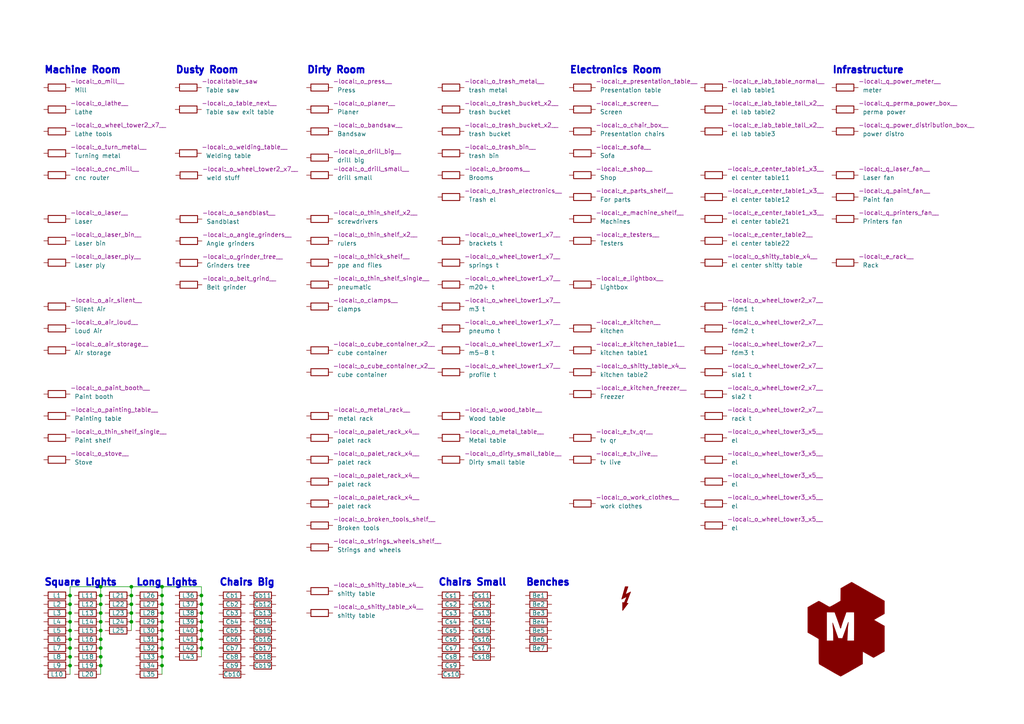
<source format=kicad_sch>
(kicad_sch (version 20211123) (generator eeschema)
  (paper "A4")
  (title_block (title "space") (date "2024-02-05") (rev "5.0") (company "makerspace.lt"))
  (lib_symbols
    (symbol "-local:LOGO_KMS" (pin_names (offset 1.016))
      (symbol "LOGO_KMS_0_0"
        (polyline (pts (xy 0.0117 -14.5438) (xy 0.1815 -14.4596) (xy 0.4733 -14.3044) (xy 0.8715 -14.0867) (xy 1.3602 -13.8153) (xy 1.924 -13.4987) (xy 2.5471 -13.1457) (xy 3.2139 -12.765) (xy 6.35 -10.9673) (xy 6.35 -9.1666) (xy 6.3501 -8.9706) (xy 6.3525 -8.4585) (xy 6.3574 -8.0174) (xy 6.3642 -7.6719) (xy 6.3725 -7.4466) (xy 6.382 -7.366) (xy 6.3931 -7.3705) (xy 6.5163 -7.4356) (xy 6.7572 -7.5687) (xy 7.0937 -7.7574) (xy 7.504 -7.9893) (xy 7.966 -8.2524) (xy 9.518 -9.1387) (xy 9.8784 -8.9373) (xy 9.9805 -8.8799) (xy 10.249 -8.728) (xy 10.6096 -8.5232) (xy 11.0278 -8.2852) (xy 11.4694 -8.0335) (xy 12.7 -7.331) (xy 12.7 0.0494) (xy 11.176 0.9196) (xy 11.0418 0.9963) (xy 10.5993 1.2512) (xy 10.2174 1.4738) (xy 9.9177 1.6515) (xy 9.722 1.7712) (xy 9.652 1.8203) (xy 9.6578 1.8264) (xy 9.7659 1.8969) (xy 9.9934 2.0344) (xy 10.3187 2.2262) (xy 10.7201 2.4593) (xy 11.176 2.721) (xy 12.7 3.5912) (xy 12.7 7.3263) (xy 8.3185 9.8382) (xy 7.6069 10.2461) (xy 6.8355 10.688) (xy 6.1113 11.1028) (xy 5.4483 11.4824) (xy 4.8609 11.8184) (xy 4.3634 12.1028) (xy 3.9699 12.3275) (xy 3.6948 12.4842) (xy 3.5523 12.5649) (xy 3.1677 12.7795) (xy 1.5789 11.8716) (xy -0.0098 10.9637) (xy -0.0424 7.3239) (xy -1.6087 6.4227) (xy -1.8975 6.2571) (xy -2.3649 5.9936) (xy -2.7164 5.8043) (xy -2.9709 5.68) (xy -3.1477 5.612) (xy -3.2658 5.5912) (xy -3.3444 5.6086) (xy -3.4618 5.6732) (xy -3.7025 5.8093) (xy -4.0377 6.0007) (xy -4.4409 6.2321) (xy -4.8855 6.4885) (xy -5.3221 6.7382) (xy -5.7113 6.9558) (xy -6.0282 7.1278) (xy -6.2482 7.2407) (xy -6.3467 7.2813) (xy -6.3645 7.2764) (xy -6.5062 7.2095) (xy -6.7636 7.0739) (xy -7.1139 6.8821) (xy -7.5342 6.6465) (xy -8.0018 6.3795) (xy -9.5674 5.4776) (xy -9.5674 4.0688) (xy -4.064 4.0688) (xy -1.7516 4.0216) (xy -1.1718 2.4553) (xy -1 1.9865) (xy -0.7964 1.4201) (xy -0.6059 0.8796) (xy -0.4442 0.409) (xy -0.3266 0.0527) (xy -0.2179 -0.2807) (xy -0.1159 -0.5429) (xy -0.0353 -0.6449) (xy 0.0378 -0.5883) (xy 0.1173 -0.3745) (xy 0.217 -0.005) (xy 0.2461 0.1011) (xy 0.3452 0.4246) (xy 0.4827 0.8444) (xy 0.6445 1.3178) (xy 0.8165 1.8022) (xy 0.8988 2.0297) (xy 1.0719 2.5096) (xy 1.232 2.9552) (xy 1.3642 3.325) (xy 1.4536 3.5771) (xy 1.6242 4.064) (xy 3.88 4.064) (xy 3.9085 3.0691) (xy 3.9135 2.811) (xy 3.9177 2.3699) (xy 3.9198 1.8095) (xy 3.9199 1.1571) (xy 3.9179 0.44) (xy 3.9139 -0.3146) (xy 3.908 -1.0795) (xy 3.879 -4.2334) (xy 1.9224 -4.2334) (xy 1.9748 -2.4342) (xy 1.9947 -1.8396) (xy 2.0364 -0.9704) (xy 2.0906 -0.2293) (xy 2.1593 0.4093) (xy 2.2446 0.971) (xy 2.262 1.0904) (xy 2.2529 1.171) (xy 2.1976 1.1001) (xy 2.0991 0.8842) (xy 1.9605 0.5295) (xy 1.7849 0.0423) (xy 1.7468 -0.0664) (xy 1.5718 -0.5599) (xy 1.3664 -1.1332) (xy 1.1532 -1.7235) (xy 0.9546 -2.2683) (xy 0.4799 -3.5629) (xy -0.1138 -3.5383) (xy -0.7074 -3.5137) (xy -0.9586 -2.8364) (xy -0.9612 -2.8292) (xy -1.0706 -2.529) (xy -1.2213 -2.1084) (xy -1.3998 -1.6058) (xy -1.5924 -1.0595) (xy -1.7856 -0.508) (xy -1.8442 -0.3408) (xy -2.0095 0.1196) (xy -2.1523 0.5018) (xy -2.2647 0.7852) (xy -2.3386 0.9493) (xy -2.3659 0.9736) (xy -2.3657 0.9477) (xy -2.3538 0.7623) (xy -2.3275 0.455) (xy -2.29 0.0619) (xy -2.2445 -0.381) (xy -2.2379 -0.4446) (xy -2.1912 -1.0068) (xy -2.1531 -1.6534) (xy -2.1273 -2.3095) (xy -2.1176 -2.8999) (xy -2.1167 -4.2334) (xy -4.064 -4.2334) (xy -4.064 4.0688) (xy -9.5674 4.0688) (xy -9.5674 -1.8386) (xy -8.1915 -2.6257) (xy -7.7716 -2.8672) (xy -7.3526 -3.111) (xy -6.9963 -3.3211) (xy -6.7308 -3.4809) (xy -6.5844 -3.5738) (xy -6.353 -3.7348) (xy -6.3529 -7.3454) (xy -6.3527 -7.7944) (xy -6.3506 -8.6376) (xy -6.346 -9.3299) (xy -6.3386 -9.8839) (xy -6.3279 -10.3121) (xy -6.3136 -10.6272) (xy -6.2954 -10.8417) (xy -6.2729 -10.9682) (xy -6.2456 -11.0192) (xy -6.2238 -11.0319) (xy -6.0739 -11.1186) (xy -5.8 -11.2769) (xy -5.4182 -11.4974) (xy -4.9445 -11.7709) (xy -4.3949 -12.0881) (xy -3.7856 -12.4397) (xy -3.1327 -12.8164) (xy -2.8568 -12.9754) (xy -2.2209 -13.34) (xy -1.6355 -13.6733) (xy -1.1165 -13.9663) (xy -0.6799 -14.2101) (xy -0.3417 -14.3958) (xy -0.1179 -14.5142) (xy -0.0246 -14.5566) (xy 0.0117 -14.5438)) (stroke (width 0.01)) (fill (type outline)))
      )
    )
    (symbol "Device:R" (pin_numbers hide) (pin_names (offset 0) hide)
      (property "Reference" "R" (at 2.032 0 90))
      (property "Value" "R" (at 0 0 90))
      (symbol "R_0_1"
        (rectangle (start -1.016 -2.54) (end 1.016 2.54) (stroke (width 0.254)))
      )
      (symbol "R_1_1"
        (pin passive line (at 0 3.81 270) (length 1.27) (name "~") (number "1"))
        (pin passive line (at 0 -3.81 90) (length 1.27) (name "~") (number "2"))
      )
    )
    (symbol "Graphic:SYM_Flash_Small" (pin_numbers hide) (pin_names (offset 1.016) hide)
      (symbol "SYM_Flash_Small_0_1"
        (polyline (pts (xy 0.508 -1.016) (xy -1.016 -0.762) (xy -1.016 -3.048) (xy 0.508 -1.016)) (stroke (width 0.2032)) (fill (type outline)))
        (polyline (pts (xy -0.254 3.81) (xy 0.508 3.81) (xy -0.254 1.524) (xy 1.27 2.286) (xy 0 -1.016) (xy -0.508 -0.762) (xy 0.254 1.016) (xy -1.27 0.254) (xy -0.254 3.81)) (stroke (width 0.2032)) (fill (type outline)))
      )
    )
  )
  (junction (at 58.42 180.34))
  (junction (at 46.99 182.88))
  (junction (at 46.99 177.8))
  (junction (at 58.42 182.88))
  (junction (at 58.42 187.96))
  (junction (at 20.32 177.8))
  (junction (at 46.99 185.42))
  (junction (at 46.99 175.26))
  (junction (at 58.42 172.72))
  (junction (at 20.32 185.42))
  (junction (at 29.21 180.34))
  (junction (at 46.99 180.34))
  (junction (at 20.32 187.96))
  (junction (at 58.42 185.42))
  (junction (at 20.32 182.88))
  (junction (at 46.99 187.96))
  (junction (at 46.99 172.72))
  (junction (at 46.99 193.04))
  (junction (at 29.21 177.8))
  (junction (at 20.32 175.26))
  (junction (at 29.21 187.96))
  (junction (at 29.21 170.18))
  (junction (at 29.21 172.72))
  (junction (at 46.99 190.5))
  (junction (at 38.1 175.26))
  (junction (at 29.21 185.42))
  (junction (at 20.32 172.72))
  (junction (at 38.1 177.8))
  (junction (at 20.32 190.5))
  (junction (at 29.21 193.04))
  (junction (at 20.32 193.04))
  (junction (at 38.1 180.34))
  (junction (at 20.32 180.34))
  (junction (at 29.21 182.88))
  (junction (at 29.21 175.26))
  (junction (at 58.42 175.26))
  (junction (at 29.21 190.5))
  (junction (at 58.42 177.8))
  (junction (at 38.1 170.18))
  (junction (at 46.99 170.18))
  (junction (at 38.1 172.72))
  (wire (pts (xy 58.42 187.96) (xy 58.42 190.5)))
  (wire (pts (xy 46.99 172.72) (xy 46.99 175.26)))
  (wire (pts (xy 38.1 180.34) (xy 38.1 182.88)))
  (wire (pts (xy 46.99 185.42) (xy 46.99 187.96)))
  (wire (pts (xy 29.21 185.42) (xy 29.21 187.96)))
  (wire (pts (xy 58.42 185.42) (xy 58.42 187.96)))
  (wire (pts (xy 29.21 180.34) (xy 29.21 182.88)))
  (wire (pts (xy 38.1 172.72) (xy 38.1 175.26)))
  (wire (pts (xy 20.32 175.26) (xy 20.32 177.8)))
  (wire (pts (xy 46.99 180.34) (xy 46.99 182.88)))
  (wire (pts (xy 46.99 177.8) (xy 46.99 180.34)))
  (wire (pts (xy 38.1 175.26) (xy 38.1 177.8)))
  (wire (pts (xy 38.1 170.18) (xy 29.21 170.18)))
  (wire (pts (xy 58.42 175.26) (xy 58.42 177.8)))
  (wire (pts (xy 20.32 177.8) (xy 20.32 180.34)))
  (wire (pts (xy 46.99 190.5) (xy 46.99 193.04)))
  (wire (pts (xy 29.21 172.72) (xy 29.21 175.26)))
  (wire (pts (xy 29.21 170.18) (xy 20.32 170.18)))
  (wire (pts (xy 46.99 193.04) (xy 46.99 195.58)))
  (wire (pts (xy 46.99 182.88) (xy 46.99 185.42)))
  (wire (pts (xy 46.99 187.96) (xy 46.99 190.5)))
  (wire (pts (xy 29.21 190.5) (xy 29.21 193.04)))
  (wire (pts (xy 46.99 170.18) (xy 58.42 170.18)))
  (wire (pts (xy 46.99 170.18) (xy 46.99 172.72)))
  (wire (pts (xy 58.42 177.8) (xy 58.42 180.34)))
  (wire (pts (xy 20.32 187.96) (xy 20.32 190.5)))
  (wire (pts (xy 29.21 175.26) (xy 29.21 177.8)))
  (wire (pts (xy 38.1 170.18) (xy 46.99 170.18)))
  (wire (pts (xy 29.21 182.88) (xy 29.21 185.42)))
  (wire (pts (xy 20.32 193.04) (xy 20.32 195.58)))
  (wire (pts (xy 29.21 187.96) (xy 29.21 190.5)))
  (wire (pts (xy 20.32 182.88) (xy 20.32 185.42)))
  (wire (pts (xy 58.42 172.72) (xy 58.42 170.18)))
  (wire (pts (xy 20.32 190.5) (xy 20.32 193.04)))
  (wire (pts (xy 58.42 182.88) (xy 58.42 185.42)))
  (wire (pts (xy 58.42 172.72) (xy 58.42 175.26)))
  (wire (pts (xy 46.99 175.26) (xy 46.99 177.8)))
  (wire (pts (xy 20.32 180.34) (xy 20.32 182.88)))
  (wire (pts (xy 29.21 177.8) (xy 29.21 180.34)))
  (wire (pts (xy 58.42 180.34) (xy 58.42 182.88)))
  (wire (pts (xy 20.32 170.18) (xy 20.32 172.72)))
  (wire (pts (xy 29.21 172.72) (xy 29.21 170.18)))
  (wire (pts (xy 38.1 177.8) (xy 38.1 180.34)))
  (wire (pts (xy 38.1 172.72) (xy 38.1 170.18)))
  (wire (pts (xy 20.32 172.72) (xy 20.32 175.26)))
  (wire (pts (xy 20.32 185.42) (xy 20.32 187.96)))
  (wire (pts (xy 29.21 193.04) (xy 29.21 195.58)))
  (text "Electronics Room" (at 165.1 21.59 0) (effects (font (size 2 2) (thickness 0.6) bold) (justify left bottom)))
  (text "Square Lights" (at 12.7 170.18 0) (effects (font (size 2 2) (thickness 0.6) bold) (justify left bottom)))
  (text "Benches" (at 152.4 170.18 0) (effects (font (size 2 2) (thickness 0.6) bold) (justify left bottom)))
  (text "Infrastructure" (at 241.3 21.59 0) (effects (font (size 2 2) (thickness 0.6) bold) (justify left bottom)))
  (text "Dirty Room" (at 88.9 21.59 0) (effects (font (size 2 2) (thickness 0.6) bold) (justify left bottom)))
  (text "Long Lights" (at 39.37 170.18 0) (effects (font (size 2 2) (thickness 0.6) bold) (justify left bottom)))
  (text "Chairs Small" (at 127 170.18 0) (effects (font (size 2 2) (thickness 0.6) bold) (justify left bottom)))
  (text "Chairs Big" (at 63.5 170.18 0) (effects (font (size 2 2) (thickness 0.6) bold) (justify left bottom)))
  (text "Dusty Room" (at 50.8 21.59 0) (effects (font (size 2 2) (thickness 0.6) bold) (justify left bottom)))
  (text "Machine Room" (at 12.7 21.59 0) (effects (font (size 2 2) (thickness 0.6) bold) (justify left bottom)))
  (symbol (lib_id "Device:R") (at 207.01 95.25 270) (unit 1)
    (property "Reference" "R86" (effects hide))
    (property "Value" "fdm2 t" (at 212.09 95.25 90) (effects (justify left top)))
    (property "Footprint" "-local:_o_wheel_tower2_x7__" (at 210.82 92.71 90) (effects (justify left top)))
  )
  (symbol (lib_id "Device:R") (at 139.7 185.42 270) (unit 1)
    (property "Reference" "Cs16" (at 139.7 185.42 90))
    (property "Value" "chair s" (effects hide))
    (property "Footprint" "-local:chair_small" (effects hide))
  )
  (symbol (lib_id "Device:R") (at 92.71 45.72 270) (unit 1)
    (property "Reference" "R27" (effects hide))
    (property "Value" "drill big" (at 97.79 45.72 90) (effects (justify left top)))
    (property "Footprint" "-local:_o_drill_big__" (at 96.52 43.18 90) (effects (justify left top)))
  )
  (symbol (lib_id "Device:R") (at 168.91 101.6 270) (unit 1)
    (property "Reference" "R71" (effects hide))
    (property "Value" "kitchen table1" (at 173.99 101.6 90) (effects (justify left top)))
    (property "Footprint" "-local:_e_kitchen_table1__" (at 172.72 99.06 90) (effects (justify left top)))
  )
  (symbol (lib_id "Device:R") (at 67.31 175.26 270) (unit 1)
    (property "Reference" "Cb2" (at 67.31 175.26 90))
    (property "Value" "chair big" (effects hide))
    (property "Footprint" "-local:chair_big" (effects hide))
  )
  (symbol (lib_id "Device:R") (at 16.51 69.85 270) (unit 1)
    (property "Reference" "R7" (effects hide))
    (property "Value" "Laser bin" (at 21.59 69.85 90) (effects (justify left top)))
    (property "Footprint" "-local:_o_laser_bin__" (at 20.32 67.31 90) (effects (justify left top)))
  )
  (symbol (lib_id "Device:R") (at 168.91 57.15 270) (unit 1)
    (property "Reference" "R66" (effects hide))
    (property "Value" "For parts" (at 173.99 57.15 90) (effects (justify left top)))
    (property "Footprint" "-local:_e_parts_shelf__" (at 172.72 54.61 90) (effects (justify left top)))
  )
  (symbol (lib_id "Device:R") (at 92.71 63.5 270) (unit 1)
    (property "Reference" "R29" (effects hide))
    (property "Value" "screwdrivers" (at 97.79 63.5 90) (effects (justify left top)))
    (property "Footprint" "-local:_o_thin_shelf_x2__" (at 96.52 60.96 90) (effects (justify left top)))
  )
  (symbol (lib_id "Device:R") (at 16.51 95.25 270) (unit 1)
    (property "Reference" "R10" (effects hide))
    (property "Value" "Loud Air" (at 21.59 95.25 90) (effects (justify left top)))
    (property "Footprint" "-local:_o_air_loud__" (at 20.32 92.71 90) (effects (justify left top)))
  )
  (symbol (lib_id "Device:R") (at 130.81 95.25 270) (unit 1)
    (property "Reference" "R55" (effects hide))
    (property "Value" "pneumo t" (at 135.89 95.25 90) (effects (justify left top)))
    (property "Footprint" "-local:_o_wheel_tower1_x7__" (at 134.62 92.71 90) (effects (justify left top)))
  )
  (symbol (lib_id "Device:R") (at 245.11 38.1 270) (unit 1)
    (property "Reference" "R98" (effects hide))
    (property "Value" "power distro" (at 250.19 38.1 90) (effects (justify left top)))
    (property "Footprint" "-local:_q_power_distribution_box__" (at 248.92 35.56 90) (effects (justify left top)))
  )
  (symbol (lib_id "Device:R") (at 168.91 25.4 270) (unit 1)
    (property "Reference" "R61" (effects hide))
    (property "Value" "Presentation table" (at 173.99 25.4 90) (effects (justify left top)))
    (property "Footprint" "-local:_e_presentation_table__" (at 172.72 22.86 90) (effects (justify left top)))
  )
  (symbol (lib_id "Device:R") (at 130.81 193.04 270) (unit 1)
    (property "Reference" "Cs9" (at 130.81 193.04 90))
    (property "Value" "chair s" (effects hide))
    (property "Footprint" "-local:chair_small" (effects hide))
  )
  (symbol (lib_id "Device:R") (at 156.21 175.26 270) (unit 1)
    (property "Reference" "Be2" (at 156.21 175.26 90))
    (property "Value" "bench" (effects hide))
    (property "Footprint" "-local:_e_bench_x7__" (effects hide))
  )
  (symbol (lib_id "Device:R") (at 92.71 25.4 270) (unit 1)
    (property "Reference" "R24" (effects hide))
    (property "Value" "Press" (at 97.79 25.4 90) (effects (justify left top)))
    (property "Footprint" "-local:_o_press__" (at 96.52 22.86 90) (effects (justify left top)))
  )
  (symbol (lib_id "Device:R") (at 25.4 180.34 270) (unit 1)
    (property "Reference" "L14" (at 25.4 180.34 90))
    (property "Value" "light" (effects hide))
    (property "Footprint" "-local:light_square" (effects hide))
  )
  (symbol (lib_id "Device:R") (at 156.21 187.96 270) (unit 1)
    (property "Reference" "Be7" (at 156.21 187.96 90))
    (property "Value" "bench" (effects hide))
    (property "Footprint" "-local:_e_bench_x7__" (effects hide))
  )
  (symbol (lib_id "Device:R") (at 168.91 127 270) (unit 1)
    (property "Reference" "R74" (effects hide))
    (property "Value" "tv qr" (at 173.99 127 90) (effects (justify left top)))
    (property "Footprint" "-local:_e_tv_qr__" (at 172.72 124.46 90) (effects (justify left top)))
  )
  (symbol (lib_id "Graphic:SYM_Flash_Small") (at 181.61 173.99 0) (unit 1) (in_bom no)
    (property "Reference" "Main_Base_1" (effects hide))
    (property "Value" "Main Base" (effects hide))
    (property "Footprint" "-local:base_main" (effects hide))
  )
  (symbol (lib_id "Device:R") (at 92.71 152.4 270) (unit 1)
    (property "Reference" "R41" (effects hide))
    (property "Value" "Broken tools" (at 97.79 152.4 90) (effects (justify left top)))
    (property "Footprint" "-local:_o_broken_tools_shelf__" (at 96.52 149.86 90) (effects (justify left top)))
  )
  (symbol (lib_id "Device:R") (at 207.01 69.85 270) (unit 1)
    (property "Reference" "R83" (effects hide))
    (property "Value" "el center table22" (at 212.09 69.85 90) (effects (justify left top)))
    (property "Footprint" "-local:_e_center_table2__" (at 210.82 67.31 90) (effects (justify left top)))
  )
  (symbol (lib_id "Device:R") (at 207.01 107.95 270) (unit 1)
    (property "Reference" "R88" (effects hide))
    (property "Value" "sla1 t" (at 212.09 107.95 90) (effects (justify left top)))
    (property "Footprint" "-local:_o_wheel_tower2_x7__" (at 210.82 105.41 90) (effects (justify left top)))
  )
  (symbol (lib_id "Device:R") (at 207.01 25.4 270) (unit 1)
    (property "Reference" "R77" (effects hide))
    (property "Value" "el lab table1" (at 212.09 25.4 90) (effects (justify left top)))
    (property "Footprint" "-local:_e_lab_table_normal__" (at 210.82 22.86 90) (effects (justify left top)))
  )
  (symbol (lib_id "Device:R") (at 54.7725 82.5935 270) (unit 1)
    (property "Reference" "R23" (effects hide))
    (property "Value" "Belt grinder" (at 59.8525 82.5935 90) (effects (justify left top)))
    (property "Footprint" "-local:_o_belt_grind__" (at 58.5825 80.0535 90) (effects (justify left top)))
  )
  (symbol (lib_id "Device:R") (at 139.7 182.88 270) (unit 1)
    (property "Reference" "Cs15" (at 139.7 182.88 90))
    (property "Value" "chair s" (effects hide))
    (property "Footprint" "-local:chair_small" (effects hide))
  )
  (symbol (lib_id "Device:R") (at 168.91 50.8 270) (unit 1)
    (property "Reference" "R65" (effects hide))
    (property "Value" "Shop" (at 173.99 50.8 90) (effects (justify left top)))
    (property "Footprint" "-local:_e_shop__" (at 172.72 48.26 90) (effects (justify left top)))
  )
  (symbol (lib_id "Device:R") (at 54.61 31.75 270) (unit 1)
    (property "Reference" "R17" (effects hide))
    (property "Value" "Table saw exit table" (at 59.69 31.75 90) (effects (justify left top)))
    (property "Footprint" "-local:_o_table_next__" (at 58.42 29.21 90) (effects (justify left top)))
  )
  (symbol (lib_id "Device:R") (at 130.81 38.1 270) (unit 1)
    (property "Reference" "R47" (effects hide))
    (property "Value" "trash bucket" (at 135.89 38.1 90) (effects (justify left top)))
    (property "Footprint" "-local:_o_trash_bucket_x2__" (at 134.62 35.56 90) (effects (justify left top)))
  )
  (symbol (lib_id "Device:R") (at 76.2 182.88 270) (unit 1)
    (property "Reference" "Cb15" (at 76.2 182.88 90))
    (property "Value" "chair big" (effects hide))
    (property "Footprint" "-local:chair_big" (effects hide))
  )
  (symbol (lib_id "Device:R") (at 139.7 180.34 270) (unit 1)
    (property "Reference" "Cs14" (at 139.7 180.34 90))
    (property "Value" "chair s" (effects hide))
    (property "Footprint" "-local:chair_small" (effects hide))
  )
  (symbol (lib_id "Device:R") (at 207.01 50.8 270) (unit 1)
    (property "Reference" "R80" (effects hide))
    (property "Value" "el center table11" (at 212.09 50.8 90) (effects (justify left top)))
    (property "Footprint" "-local:_e_center_table1_x3__" (at 210.82 48.26 90) (effects (justify left top)))
  )
  (symbol (lib_id "Device:R") (at 54.61 185.42 270) (unit 1)
    (property "Reference" "L41" (at 54.61 185.42 90))
    (property "Value" "light" (effects hide))
    (property "Footprint" "-local:light_long" (effects hide))
  )
  (symbol (lib_id "Device:R") (at 54.61 25.4 270) (unit 1)
    (property "Reference" "R16" (effects hide))
    (property "Value" "Table saw" (at 59.69 25.4 90) (effects (justify left top)))
    (property "Footprint" "-local:table_saw" (at 58.42 22.86 90) (effects (justify left top)))
  )
  (symbol (lib_id "Device:R") (at 130.81 172.72 270) (unit 1)
    (property "Reference" "Cs1" (at 130.81 172.72 90))
    (property "Value" "chair s" (effects hide))
    (property "Footprint" "-local:chair_small" (effects hide))
  )
  (symbol (lib_id "Device:R") (at 16.51 88.9 270) (unit 1)
    (property "Reference" "R9" (effects hide))
    (property "Value" "Silent Air" (at 21.59 88.9 90) (effects (justify left top)))
    (property "Footprint" "-local:_o_air_silent__" (at 20.32 86.36 90) (effects (justify left top)))
  )
  (symbol (lib_id "-local:LOGO_KMS") (at 243.84 181.61 0) (unit 1) (in_bom no)
    (property "Reference" "G1" (effects hide))
    (property "Value" "LOGO_KMS" (effects hide))
    (property "Footprint" "-local:logo_kms_small_silkscreen" (effects hide))
    (property "jlc-part-type" "-" (effects hide))
  )
  (symbol (lib_id "Device:R") (at 156.21 180.34 270) (unit 1)
    (property "Reference" "Be4" (at 156.21 180.34 90))
    (property "Value" "bench" (effects hide))
    (property "Footprint" "-local:_e_bench_x7__" (effects hide))
  )
  (symbol (lib_id "Device:R") (at 16.51 185.42 270) (unit 1)
    (property "Reference" "L6" (at 16.51 185.42 90))
    (property "Value" "light" (effects hide))
    (property "Footprint" "-local:light_square" (effects hide))
  )
  (symbol (lib_id "Device:R") (at 16.51 133.35 270) (unit 1)
    (property "Reference" "R15" (effects hide))
    (property "Value" "Stove" (at 21.59 133.35 90) (effects (justify left top)))
    (property "Footprint" "-local:_o_stove__" (at 20.32 130.81 90) (effects (justify left top)))
  )
  (symbol (lib_id "Device:R") (at 16.51 101.6 270) (unit 1)
    (property "Reference" "R11" (effects hide))
    (property "Value" "Air storage" (at 21.59 101.6 90) (effects (justify left top)))
    (property "Footprint" "-local:_o_air_storage__" (at 20.32 99.06 90) (effects (justify left top)))
  )
  (symbol (lib_id "Device:R") (at 43.18 172.72 270) (unit 1)
    (property "Reference" "L26" (at 43.18 172.72 90))
    (property "Value" "light" (effects hide))
    (property "Footprint" "-local:light_long" (effects hide))
  )
  (symbol (lib_id "Device:R") (at 92.71 158.75 270) (unit 1)
    (property "Reference" "R42" (effects hide))
    (property "Value" "Strings and wheels" (at 97.79 158.75 90) (effects (justify left top)))
    (property "Footprint" "-local:_o_strings_wheels_shelf__" (at 96.52 156.21 90) (effects (justify left top)))
  )
  (symbol (lib_id "Device:R") (at 207.01 133.35 270) (unit 1)
    (property "Reference" "R92" (effects hide))
    (property "Value" "el" (at 212.09 133.35 90) (effects (justify left top)))
    (property "Footprint" "-local:_o_wheel_tower3_x5__" (at 210.82 130.81 90) (effects (justify left top)))
  )
  (symbol (lib_id "Device:R") (at 168.91 82.55 270) (unit 1)
    (property "Reference" "R69" (effects hide))
    (property "Value" "Lightbox" (at 173.99 82.55 90) (effects (justify left top)))
    (property "Footprint" "-local:_e_lightbox__" (at 172.72 80.01 90) (effects (justify left top)))
  )
  (symbol (lib_id "Device:R") (at 207.01 38.1 270) (unit 1)
    (property "Reference" "R79" (effects hide))
    (property "Value" "el lab table3" (at 212.09 38.1 90) (effects (justify left top)))
    (property "Footprint" "-local:_e_lab_table_tall_x2__" (at 210.82 35.56 90) (effects (justify left top)))
  )
  (symbol (lib_id "Device:R") (at 34.29 177.8 270) (unit 1)
    (property "Reference" "L23" (at 34.29 177.8 90))
    (property "Value" "light" (effects hide))
    (property "Footprint" "-local:light_square" (effects hide))
  )
  (symbol (lib_id "Device:R") (at 25.4 177.8 270) (unit 1)
    (property "Reference" "L13" (at 25.4 177.8 90))
    (property "Value" "light" (effects hide))
    (property "Footprint" "-local:light_square" (effects hide))
  )
  (symbol (lib_id "Device:R") (at 92.71 31.75 270) (unit 1)
    (property "Reference" "R25" (effects hide))
    (property "Value" "Planer" (at 97.79 31.75 90) (effects (justify left top)))
    (property "Footprint" "-local:_o_planer__" (at 96.52 29.21 90) (effects (justify left top)))
  )
  (symbol (lib_id "Device:R") (at 130.81 101.6 270) (unit 1)
    (property "Reference" "R56" (effects hide))
    (property "Value" "m5-8 t" (at 135.89 101.6 90) (effects (justify left top)))
    (property "Footprint" "-local:_o_wheel_tower1_x7__" (at 134.62 99.06 90) (effects (justify left top)))
  )
  (symbol (lib_id "Device:R") (at 207.01 152.4 270) (unit 1)
    (property "Reference" "R95" (effects hide))
    (property "Value" "el" (at 212.09 152.4 90) (effects (justify left top)))
    (property "Footprint" "-local:_o_wheel_tower3_x5__" (at 210.82 149.86 90) (effects (justify left top)))
  )
  (symbol (lib_id "Device:R") (at 16.51 114.3 270) (unit 1)
    (property "Reference" "R12" (effects hide))
    (property "Value" "Paint booth" (at 21.59 114.3 90) (effects (justify left top)))
    (property "Footprint" "-local:_o_paint_booth__" (at 20.32 111.76 90) (effects (justify left top)))
  )
  (symbol (lib_id "Device:R") (at 34.29 172.72 270) (unit 1)
    (property "Reference" "L21" (at 34.29 172.72 90))
    (property "Value" "light" (effects hide))
    (property "Footprint" "-local:light_square" (effects hide))
  )
  (symbol (lib_id "Device:R") (at 207.01 31.75 270) (unit 1)
    (property "Reference" "R78" (effects hide))
    (property "Value" "el lab table2" (at 212.09 31.75 90) (effects (justify left top)))
    (property "Footprint" "-local:_e_lab_table_tall_x2__" (at 210.82 29.21 90) (effects (justify left top)))
  )
  (symbol (lib_id "Device:R") (at 156.21 185.42 270) (unit 1)
    (property "Reference" "Be6" (at 156.21 185.42 90))
    (property "Value" "bench" (effects hide))
    (property "Footprint" "-local:_e_bench_x7__" (effects hide))
  )
  (symbol (lib_id "Device:R") (at 130.81 190.5 270) (unit 1)
    (property "Reference" "Cs8" (at 130.81 190.5 90))
    (property "Value" "chair s" (effects hide))
    (property "Footprint" "-local:chair_small" (effects hide))
  )
  (symbol (lib_id "Device:R") (at 168.91 63.5 270) (unit 1)
    (property "Reference" "R67" (effects hide))
    (property "Value" "Machines" (at 173.99 63.5 90) (effects (justify left top)))
    (property "Footprint" "-local:_e_machine_shelf__" (at 172.72 60.96 90) (effects (justify left top)))
  )
  (symbol (lib_id "Device:R") (at 76.2 185.42 270) (unit 1)
    (property "Reference" "Cb16" (at 76.2 185.42 90))
    (property "Value" "chair big" (effects hide))
    (property "Footprint" "-local:chair_big" (effects hide))
  )
  (symbol (lib_id "Device:R") (at 207.01 146.05 270) (unit 1)
    (property "Reference" "R94" (effects hide))
    (property "Value" "el" (at 212.09 146.05 90) (effects (justify left top)))
    (property "Footprint" "-local:_o_wheel_tower3_x5__" (at 210.82 143.51 90) (effects (justify left top)))
  )
  (symbol (lib_id "Device:R") (at 207.01 127 270) (unit 1)
    (property "Reference" "R91" (effects hide))
    (property "Value" "el" (at 212.09 127 90) (effects (justify left top)))
    (property "Footprint" "-local:_o_wheel_tower3_x5__" (at 210.82 124.46 90) (effects (justify left top)))
  )
  (symbol (lib_id "Device:R") (at 92.71 133.35 270) (unit 1)
    (property "Reference" "R38" (effects hide))
    (property "Value" "palet rack" (at 97.79 133.35 90) (effects (justify left top)))
    (property "Footprint" "-local:_o_palet_rack_x4__" (at 96.52 130.81 90) (effects (justify left top)))
  )
  (symbol (lib_id "Device:R") (at 130.81 133.35 270) (unit 1)
    (property "Reference" "R60" (effects hide))
    (property "Value" "Dirty small table" (at 135.89 133.35 90) (effects (justify left top)))
    (property "Footprint" "-local:_o_dirty_small_table__" (at 134.62 130.81 90) (effects (justify left top)))
  )
  (symbol (lib_id "Device:R") (at 34.29 182.88 270) (unit 1)
    (property "Reference" "L25" (at 34.29 182.88 90))
    (property "Value" "light" (effects hide))
    (property "Footprint" "-local:light_square" (effects hide))
  )
  (symbol (lib_id "Device:R") (at 156.21 182.88 270) (unit 1)
    (property "Reference" "Be5" (at 156.21 182.88 90))
    (property "Value" "bench" (effects hide))
    (property "Footprint" "-local:_e_bench_x7__" (effects hide))
  )
  (symbol (lib_id "Device:R") (at 139.7 190.5 270) (unit 1)
    (property "Reference" "Cs18" (at 139.7 190.5 90))
    (property "Value" "chair s" (effects hide))
    (property "Footprint" "-local:chair_small" (effects hide))
  )
  (symbol (lib_id "Device:R") (at 76.2 190.5 270) (unit 1)
    (property "Reference" "Cb18" (at 76.2 190.5 90))
    (property "Value" "chair big" (effects hide))
    (property "Footprint" "-local:chair_big" (effects hide))
  )
  (symbol (lib_id "Device:R") (at 54.61 172.72 270) (unit 1)
    (property "Reference" "L36" (at 54.61 172.72 90))
    (property "Value" "light" (effects hide))
    (property "Footprint" "-local:light_long" (effects hide))
  )
  (symbol (lib_id "Device:R") (at 92.71 146.05 270) (unit 1)
    (property "Reference" "R40" (effects hide))
    (property "Value" "palet rack" (at 97.79 146.05 90) (effects (justify left top)))
    (property "Footprint" "-local:_o_palet_rack_x4__" (at 96.52 143.51 90) (effects (justify left top)))
  )
  (symbol (lib_id "Device:R") (at 25.4 195.58 270) (unit 1)
    (property "Reference" "L20" (at 25.4 195.58 90))
    (property "Value" "light" (effects hide))
    (property "Footprint" "-local:light_square" (effects hide))
  )
  (symbol (lib_id "Device:R") (at 92.71 101.6 270) (unit 1)
    (property "Reference" "R34" (effects hide))
    (property "Value" "cube container" (at 97.79 101.6 90) (effects (justify left top)))
    (property "Footprint" "-local:_o_cube_container_x2__" (at 96.52 99.06 90) (effects (justify left top)))
  )
  (symbol (lib_id "Device:R") (at 130.81 69.85 270) (unit 1)
    (property "Reference" "R51" (effects hide))
    (property "Value" "brackets t" (at 135.89 69.85 90) (effects (justify left top)))
    (property "Footprint" "-local:_o_wheel_tower1_x7__" (at 134.62 67.31 90) (effects (justify left top)))
  )
  (symbol (lib_id "Device:R") (at 54.7725 63.5435 270) (unit 1)
    (property "Reference" "R20" (effects hide))
    (property "Value" "Sandblast" (at 59.8525 63.5435 90) (effects (justify left top)))
    (property "Footprint" "-local:_o_sandblast__" (at 58.5825 61.0035 90) (effects (justify left top)))
  )
  (symbol (lib_id "Device:R") (at 130.81 195.58 270) (unit 1)
    (property "Reference" "Cs10" (at 130.81 195.58 90))
    (property "Value" "chair s" (effects hide))
    (property "Footprint" "-local:chair_small" (effects hide))
  )
  (symbol (lib_id "Device:R") (at 139.7 172.72 270) (unit 1)
    (property "Reference" "Cs11" (at 139.7 172.72 90))
    (property "Value" "chair s" (effects hide))
    (property "Footprint" "-local:chair_small" (effects hide))
  )
  (symbol (lib_id "Device:R") (at 130.81 25.4 270) (unit 1)
    (property "Reference" "R45" (effects hide))
    (property "Value" "trash metal" (at 135.89 25.4 90) (effects (justify left top)))
    (property "Footprint" "-local:_o_trash_metal__" (at 134.62 22.86 90) (effects (justify left top)))
  )
  (symbol (lib_id "Device:R") (at 43.18 175.26 270) (unit 1)
    (property "Reference" "L27" (at 43.18 175.26 90))
    (property "Value" "light" (effects hide))
    (property "Footprint" "-local:light_long" (effects hide))
  )
  (symbol (lib_id "Device:R") (at 54.61 190.5 270) (unit 1)
    (property "Reference" "L43" (at 54.61 190.5 90))
    (property "Value" "light" (effects hide))
    (property "Footprint" "-local:light_long" (effects hide))
  )
  (symbol (lib_id "Device:R") (at 92.71 38.1 270) (unit 1)
    (property "Reference" "R26" (effects hide))
    (property "Value" "Bandsaw" (at 97.79 38.1 90) (effects (justify left top)))
    (property "Footprint" "-local:_o_bandsaw__" (at 96.52 35.56 90) (effects (justify left top)))
  )
  (symbol (lib_id "Device:R") (at 16.51 127 270) (unit 1)
    (property "Reference" "R14" (effects hide))
    (property "Value" "Paint shelf" (at 21.59 127 90) (effects (justify left top)))
    (property "Footprint" "-local:_o_thin_shelf_single__" (at 20.32 124.46 90) (effects (justify left top)))
    (property "new" "yes" (effects hide))
  )
  (symbol (lib_id "Device:R") (at 168.91 38.1 270) (unit 1)
    (property "Reference" "R63" (effects hide))
    (property "Value" "Presentation chairs" (at 173.99 38.1 90) (effects (justify left top)))
    (property "Footprint" "-local:_o_chair_box__" (at 172.72 35.56 90) (effects (justify left top)))
  )
  (symbol (lib_id "Device:R") (at 25.4 175.26 270) (unit 1)
    (property "Reference" "L12" (at 25.4 175.26 90))
    (property "Value" "light" (effects hide))
    (property "Footprint" "-local:light_square" (effects hide))
  )
  (symbol (lib_id "Device:R") (at 16.51 175.26 270) (unit 1)
    (property "Reference" "L2" (at 16.51 175.26 90))
    (property "Value" "light" (effects hide))
    (property "Footprint" "-local:light_square" (effects hide))
  )
  (symbol (lib_id "Device:R") (at 16.51 190.5 270) (unit 1)
    (property "Reference" "L8" (at 16.51 190.5 90))
    (property "Value" "light" (effects hide))
    (property "Footprint" "-local:light_square" (effects hide))
  )
  (symbol (lib_id "Device:R") (at 16.51 187.96 270) (unit 1)
    (property "Reference" "L7" (at 16.51 187.96 90))
    (property "Value" "light" (effects hide))
    (property "Footprint" "-local:light_square" (effects hide))
  )
  (symbol (lib_id "Device:R") (at 43.18 190.5 270) (unit 1)
    (property "Reference" "L33" (at 43.18 190.5 90))
    (property "Value" "light" (effects hide))
    (property "Footprint" "-local:light_long" (effects hide))
  )
  (symbol (lib_id "Device:R") (at 139.7 177.8 270) (unit 1)
    (property "Reference" "Cs13" (at 139.7 177.8 90))
    (property "Value" "chair s" (effects hide))
    (property "Footprint" "-local:chair_small" (effects hide))
  )
  (symbol (lib_id "Device:R") (at 76.2 193.04 270) (unit 1)
    (property "Reference" "Cb19" (at 76.2 193.04 90))
    (property "Value" "chair big" (effects hide))
    (property "Footprint" "-local:chair_big" (effects hide))
  )
  (symbol (lib_id "Device:R") (at 168.91 146.05 270) (unit 1)
    (property "Reference" "R76" (effects hide))
    (property "Value" "work clothes" (at 173.99 146.05 90) (effects (justify left top)))
    (property "Footprint" "-local:_o_work_clothes__" (at 172.72 143.51 90) (effects (justify left top)))
  )
  (symbol (lib_id "Device:R") (at 92.71 107.95 270) (unit 1)
    (property "Reference" "R35" (effects hide))
    (property "Value" "cube container" (at 97.79 107.95 90) (effects (justify left top)))
    (property "Footprint" "-local:_o_cube_container_x2__" (at 96.52 105.41 90) (effects (justify left top)))
  )
  (symbol (lib_id "Device:R") (at 207.01 139.7 270) (unit 1)
    (property "Reference" "R93" (effects hide))
    (property "Value" "el" (at 212.09 139.7 90) (effects (justify left top)))
    (property "Footprint" "-local:_o_wheel_tower3_x5__" (at 210.82 137.16 90) (effects (justify left top)))
  )
  (symbol (lib_id "Device:R") (at 67.31 193.04 270) (unit 1)
    (property "Reference" "Cb9" (at 67.31 193.04 90))
    (property "Value" "chair big" (effects hide))
    (property "Footprint" "-local:chair_big" (effects hide))
  )
  (symbol (lib_id "Device:R") (at 207.01 101.6 270) (unit 1)
    (property "Reference" "R87" (effects hide))
    (property "Value" "fdm3 t" (at 212.09 101.6 90) (effects (justify left top)))
    (property "Footprint" "-local:_o_wheel_tower2_x7__" (at 210.82 99.06 90) (effects (justify left top)))
  )
  (symbol (lib_id "Device:R") (at 168.91 44.45 270) (unit 1)
    (property "Reference" "R64" (effects hide))
    (property "Value" "Sofa" (at 173.99 44.45 90) (effects (justify left top)))
    (property "Footprint" "-local:_e_sofa__" (at 172.72 41.91 90) (effects (justify left top)))
  )
  (symbol (lib_id "Device:R") (at 16.51 182.88 270) (unit 1)
    (property "Reference" "L5" (at 16.51 182.88 90))
    (property "Value" "light" (effects hide))
    (property "Footprint" "-local:light_square" (effects hide))
  )
  (symbol (lib_id "Device:R") (at 54.61 187.96 270) (unit 1)
    (property "Reference" "L42" (at 54.61 187.96 90))
    (property "Value" "light" (effects hide))
    (property "Footprint" "-local:light_long" (effects hide))
  )
  (symbol (lib_id "Device:R") (at 207.01 88.9 270) (unit 1)
    (property "Reference" "R85" (effects hide))
    (property "Value" "fdm1 t" (at 212.09 88.9 90) (effects (justify left top)))
    (property "Footprint" "-local:_o_wheel_tower2_x7__" (at 210.82 86.36 90) (effects (justify left top)))
  )
  (symbol (lib_id "Device:R") (at 54.7725 50.8435 270) (unit 1)
    (property "Reference" "R19" (effects hide))
    (property "Value" "weld stuff" (at 59.8525 50.8435 90) (effects (justify left top)))
    (property "Footprint" "-local:_o_wheel_tower2_x7__" (at 58.5825 48.3035 90) (effects (justify left top)))
  )
  (symbol (lib_id "Device:R") (at 92.71 82.55 270) (unit 1)
    (property "Reference" "R32" (effects hide))
    (property "Value" "pneumatic" (at 97.79 82.55 90) (effects (justify left top)))
    (property "Footprint" "-local:_o_thin_shelf_single__" (at 96.52 80.01 90) (effects (justify left top)))
  )
  (symbol (lib_id "Device:R") (at 43.18 182.88 270) (unit 1)
    (property "Reference" "L30" (at 43.18 182.88 90))
    (property "Value" "light" (effects hide))
    (property "Footprint" "-local:light_long" (effects hide))
  )
  (symbol (lib_id "Device:R") (at 92.71 120.65 270) (unit 1)
    (property "Reference" "R36" (effects hide))
    (property "Value" "metal rack" (at 97.79 120.65 90) (effects (justify left top)))
    (property "Footprint" "-local:_o_metal_rack__" (at 96.52 118.11 90) (effects (justify left top)))
  )
  (symbol (lib_id "Device:R") (at 168.91 114.3 270) (unit 1)
    (property "Reference" "R73" (effects hide))
    (property "Value" "Freezer" (at 173.99 114.3 90) (effects (justify left top)))
    (property "Footprint" "-local:_e_kitchen_freezer__" (at 172.72 111.76 90) (effects (justify left top)))
  )
  (symbol (lib_id "Device:R") (at 16.51 63.5 270) (unit 1)
    (property "Reference" "R6" (effects hide))
    (property "Value" "Laser" (at 21.59 63.5 90) (effects (justify left top)))
    (property "Footprint" "-local:_o_laser__" (at 20.32 60.96 90) (effects (justify left top)))
  )
  (symbol (lib_id "Device:R") (at 130.81 127 270) (unit 1)
    (property "Reference" "R59" (effects hide))
    (property "Value" "Metal table" (at 135.89 127 90) (effects (justify left top)))
    (property "Footprint" "-local:_o_metal_table__" (at 134.62 124.46 90) (effects (justify left top)))
  )
  (symbol (lib_id "Device:R") (at 25.4 182.88 270) (unit 1)
    (property "Reference" "L15" (at 25.4 182.88 90))
    (property "Value" "light" (effects hide))
    (property "Footprint" "-local:light_square" (effects hide))
  )
  (symbol (lib_id "Device:R") (at 130.81 31.75 270) (unit 1)
    (property "Reference" "R46" (effects hide))
    (property "Value" "trash bucket" (at 135.89 31.75 90) (effects (justify left top)))
    (property "Footprint" "-local:_o_trash_bucket_x2__" (at 134.62 29.21 90) (effects (justify left top)))
  )
  (symbol (lib_id "Device:R") (at 16.51 25.4 270) (unit 1)
    (property "Reference" "R1" (effects hide))
    (property "Value" "Mill" (at 21.59 25.4 90) (effects (justify left top)))
    (property "Footprint" "-local:_o_mill__" (at 20.32 22.86 90) (effects (justify left top)))
  )
  (symbol (lib_id "Device:R") (at 156.21 172.72 270) (unit 1)
    (property "Reference" "Be1" (at 156.21 172.72 90))
    (property "Value" "bench" (effects hide))
    (property "Footprint" "-local:_e_bench_x7__" (effects hide))
  )
  (symbol (lib_id "Device:R") (at 168.91 31.75 270) (unit 1)
    (property "Reference" "R62" (effects hide))
    (property "Value" "Screen" (at 173.99 31.75 90) (effects (justify left top)))
    (property "Footprint" "-local:_e_screen__" (at 172.72 29.21 90) (effects (justify left top)))
  )
  (symbol (lib_id "Device:R") (at 25.4 185.42 270) (unit 1)
    (property "Reference" "L16" (at 25.4 185.42 90))
    (property "Value" "light" (effects hide))
    (property "Footprint" "-local:light_square" (effects hide))
  )
  (symbol (lib_id "Device:R") (at 130.81 44.45 270) (unit 1)
    (property "Reference" "R48" (effects hide))
    (property "Value" "trash bin" (at 135.89 44.45 90) (effects (justify left top)))
    (property "Footprint" "-local:_o_trash_bin__" (at 134.62 41.91 90) (effects (justify left top)))
  )
  (symbol (lib_id "Device:R") (at 130.81 50.8 270) (unit 1)
    (property "Reference" "R49" (effects hide))
    (property "Value" "Brooms" (at 135.89 50.8 90) (effects (justify left top)))
    (property "Footprint" "-local:_o_brooms__" (at 134.62 48.26 90) (effects (justify left top)))
  )
  (symbol (lib_id "Device:R") (at 43.18 185.42 270) (unit 1)
    (property "Reference" "L31" (at 43.18 185.42 90))
    (property "Value" "light" (effects hide))
    (property "Footprint" "-local:light_long" (effects hide))
  )
  (symbol (lib_id "Device:R") (at 245.11 63.5 270) (unit 1)
    (property "Reference" "R101" (effects hide))
    (property "Value" "Printers fan" (at 250.19 63.5 90) (effects (justify left top)))
    (property "Footprint" "-local:_q_printers_fan__" (at 248.92 60.96 90) (effects (justify left top)))
  )
  (symbol (lib_id "Device:R") (at 245.11 76.2 270) (unit 1)
    (property "Reference" "R102" (effects hide))
    (property "Value" "Rack" (at 250.19 76.2 90) (effects (justify left top)))
    (property "Footprint" "-local:_e_rack__" (at 248.92 73.66 90) (effects (justify left top)))
  )
  (symbol (lib_id "Device:R") (at 207.01 63.5 270) (unit 1)
    (property "Reference" "R82" (effects hide))
    (property "Value" "el center table21" (at 212.09 63.5 90) (effects (justify left top)))
    (property "Footprint" "-local:_e_center_table1_x3__" (at 210.82 60.96 90) (effects (justify left top)))
  )
  (symbol (lib_id "Device:R") (at 25.4 193.04 270) (unit 1)
    (property "Reference" "L19" (at 25.4 193.04 90))
    (property "Value" "light" (effects hide))
    (property "Footprint" "-local:light_square" (effects hide))
  )
  (symbol (lib_id "Device:R") (at 130.81 187.96 270) (unit 1)
    (property "Reference" "Cs7" (at 130.81 187.96 90))
    (property "Value" "chair s" (effects hide))
    (property "Footprint" "-local:chair_small" (effects hide))
  )
  (symbol (lib_id "Device:R") (at 16.51 50.8 270) (unit 1)
    (property "Reference" "R5" (effects hide))
    (property "Value" "cnc router" (at 21.59 50.8 90) (effects (justify left top)))
    (property "Footprint" "-local:_o_cnc_mill__" (at 20.32 48.26 90) (effects (justify left top)))
  )
  (symbol (lib_id "Device:R") (at 168.91 95.25 270) (unit 1)
    (property "Reference" "R70" (effects hide))
    (property "Value" "kitchen" (at 173.99 95.25 90) (effects (justify left top)))
    (property "Footprint" "-local:_e_kitchen__" (at 172.72 92.71 90) (effects (justify left top)))
  )
  (symbol (lib_id "Device:R") (at 67.31 195.58 270) (unit 1)
    (property "Reference" "Cb10" (at 67.31 195.58 90))
    (property "Value" "chair big" (effects hide))
    (property "Footprint" "-local:chair_big" (effects hide))
  )
  (symbol (lib_id "Device:R") (at 92.71 177.8 270) (unit 1)
    (property "Reference" "R44" (effects hide))
    (property "Value" "shitty table" (at 97.79 177.8 90) (effects (justify left top)))
    (property "Footprint" "-local:_o_shitty_table_x4__" (at 96.52 175.26 90) (effects (justify left top)))
  )
  (symbol (lib_id "Device:R") (at 156.21 177.8 270) (unit 1)
    (property "Reference" "Be3" (at 156.21 177.8 90))
    (property "Value" "bench" (effects hide))
    (property "Footprint" "-local:_e_bench_x7__" (effects hide))
  )
  (symbol (lib_id "Device:R") (at 43.18 180.34 270) (unit 1)
    (property "Reference" "L29" (at 43.18 180.34 90))
    (property "Value" "light" (effects hide))
    (property "Footprint" "-local:light_long" (effects hide))
  )
  (symbol (lib_id "Device:R") (at 139.7 175.26 270) (unit 1)
    (property "Reference" "Cs12" (at 139.7 175.26 90))
    (property "Value" "chair s" (effects hide))
    (property "Footprint" "-local:chair_small" (effects hide))
  )
  (symbol (lib_id "Device:R") (at 130.81 82.55 270) (unit 1)
    (property "Reference" "R53" (effects hide))
    (property "Value" "m20+ t" (at 135.89 82.55 90) (effects (justify left top)))
    (property "Footprint" "-local:_o_wheel_tower1_x7__" (at 134.62 80.01 90) (effects (justify left top)))
  )
  (symbol (lib_id "Device:R") (at 16.51 120.65 270) (unit 1)
    (property "Reference" "R13" (effects hide))
    (property "Value" "Painting table" (at 21.59 120.65 90) (effects (justify left top)))
    (property "Footprint" "-local:_o_painting_table__" (at 20.32 118.11 90) (effects (justify left top)))
  )
  (symbol (lib_id "Device:R") (at 130.81 107.95 270) (unit 1)
    (property "Reference" "R57" (effects hide))
    (property "Value" "profile t" (at 135.89 107.95 90) (effects (justify left top)))
    (property "Footprint" "-local:_o_wheel_tower1_x7__" (at 134.62 105.41 90) (effects (justify left top)))
  )
  (symbol (lib_id "Device:R") (at 76.2 187.96 270) (unit 1)
    (property "Reference" "Cb17" (at 76.2 187.96 90))
    (property "Value" "chair big" (effects hide))
    (property "Footprint" "-local:chair_big" (effects hide))
  )
  (symbol (lib_id "Device:R") (at 67.31 187.96 270) (unit 1)
    (property "Reference" "Cb7" (at 67.31 187.96 90))
    (property "Value" "chair big" (effects hide))
    (property "Footprint" "-local:chair_big" (effects hide))
  )
  (symbol (lib_id "Device:R") (at 16.51 177.8 270) (unit 1)
    (property "Reference" "L3" (at 16.51 177.8 90))
    (property "Value" "light" (effects hide))
    (property "Footprint" "-local:light_square" (effects hide))
  )
  (symbol (lib_id "Device:R") (at 54.61 44.45 270) (unit 1)
    (property "Reference" "R18" (effects hide))
    (property "Value" "Welding table" (at 59.69 44.45 90) (effects (justify left top)))
    (property "Footprint" "-local:_o_welding_table__" (at 58.42 41.91 90) (effects (justify left top)))
  )
  (symbol (lib_id "Device:R") (at 92.71 76.2 270) (unit 1)
    (property "Reference" "R31" (effects hide))
    (property "Value" "ppe and files" (at 97.79 76.2 90) (effects (justify left top)))
    (property "Footprint" "-local:_o_thick_shelf__" (at 96.52 73.66 90) (effects (justify left top)))
  )
  (symbol (lib_id "Device:R") (at 54.7725 69.8935 270) (unit 1)
    (property "Reference" "R21" (effects hide))
    (property "Value" "Angle grinders" (at 59.8525 69.8935 90) (effects (justify left top)))
    (property "Footprint" "-local:_o_angle_grinders__" (at 58.5825 67.3535 90) (effects (justify left top)))
  )
  (symbol (lib_id "Device:R") (at 168.91 107.95 270) (unit 1)
    (property "Reference" "R72" (effects hide))
    (property "Value" "kitchen table2" (at 173.99 107.95 90) (effects (justify left top)))
    (property "Footprint" "-local:_o_shitty_table_x4__" (at 172.72 105.41 90) (effects (justify left top)))
  )
  (symbol (lib_id "Device:R") (at 16.51 44.45 270) (unit 1)
    (property "Reference" "R4" (effects hide))
    (property "Value" "Turning metal" (at 21.59 44.45 90) (effects (justify left top)))
    (property "Footprint" "-local:_o_turn_metal__" (at 20.32 41.91 90) (effects (justify left top)))
  )
  (symbol (lib_id "Device:R") (at 16.51 31.75 270) (unit 1)
    (property "Reference" "R2" (effects hide))
    (property "Value" "Lathe" (at 21.59 31.75 90) (effects (justify left top)))
    (property "Footprint" "-local:_o_lathe__" (at 20.32 29.21 90) (effects (justify left top)))
  )
  (symbol (lib_id "Device:R") (at 207.01 57.15 270) (unit 1)
    (property "Reference" "R81" (effects hide))
    (property "Value" "el center table12" (at 212.09 57.15 90) (effects (justify left top)))
    (property "Footprint" "-local:_e_center_table1_x3__" (at 210.82 54.61 90) (effects (justify left top)))
  )
  (symbol (lib_id "Device:R") (at 16.51 76.2 270) (unit 1)
    (property "Reference" "R8" (effects hide))
    (property "Value" "Laser ply" (at 21.59 76.2 90) (effects (justify left top)))
    (property "Footprint" "-local:_o_laser_ply__" (at 20.32 73.66 90) (effects (justify left top)))
  )
  (symbol (lib_id "Device:R") (at 130.81 175.26 270) (unit 1)
    (property "Reference" "Cs2" (at 130.81 175.26 90))
    (property "Value" "chair s" (effects hide))
    (property "Footprint" "-local:chair_small" (effects hide))
  )
  (symbol (lib_id "Device:R") (at 67.31 185.42 270) (unit 1)
    (property "Reference" "Cb6" (at 67.31 185.42 90))
    (property "Value" "chair big" (effects hide))
    (property "Footprint" "-local:chair_big" (effects hide))
  )
  (symbol (lib_id "Device:R") (at 67.31 180.34 270) (unit 1)
    (property "Reference" "Cb4" (at 67.31 180.34 90))
    (property "Value" "chair big" (effects hide))
    (property "Footprint" "-local:chair_big" (effects hide))
  )
  (symbol (lib_id "Device:R") (at 54.61 175.26 270) (unit 1)
    (property "Reference" "L37" (at 54.61 175.26 90))
    (property "Value" "light" (effects hide))
    (property "Footprint" "-local:light_long" (effects hide))
  )
  (symbol (lib_id "Device:R") (at 43.18 187.96 270) (unit 1)
    (property "Reference" "L32" (at 43.18 187.96 90))
    (property "Value" "light" (effects hide))
    (property "Footprint" "-local:light_long" (effects hide))
  )
  (symbol (lib_id "Device:R") (at 76.2 175.26 270) (unit 1)
    (property "Reference" "Cb12" (at 76.2 175.26 90))
    (property "Value" "chair big" (effects hide))
    (property "Footprint" "-local:chair_big" (effects hide))
  )
  (symbol (lib_id "Device:R") (at 92.71 139.7 270) (unit 1)
    (property "Reference" "R39" (effects hide))
    (property "Value" "palet rack" (at 97.79 139.7 90) (effects (justify left top)))
    (property "Footprint" "-local:_o_palet_rack_x4__" (at 96.52 137.16 90) (effects (justify left top)))
  )
  (symbol (lib_id "Device:R") (at 67.31 172.72 270) (unit 1)
    (property "Reference" "Cb1" (at 67.31 172.72 90))
    (property "Value" "chair big" (effects hide))
    (property "Footprint" "-local:chair_big" (effects hide))
  )
  (symbol (lib_id "Device:R") (at 54.61 182.88 270) (unit 1)
    (property "Reference" "L40" (at 54.61 182.88 90))
    (property "Value" "light" (effects hide))
    (property "Footprint" "-local:light_long" (effects hide))
  )
  (symbol (lib_id "Device:R") (at 54.61 180.34 270) (unit 1)
    (property "Reference" "L39" (at 54.61 180.34 90))
    (property "Value" "light" (effects hide))
    (property "Footprint" "-local:light_long" (effects hide))
  )
  (symbol (lib_id "Device:R") (at 76.2 180.34 270) (unit 1)
    (property "Reference" "Cb14" (at 76.2 180.34 90))
    (property "Value" "chair big" (effects hide))
    (property "Footprint" "-local:chair_big" (effects hide))
  )
  (symbol (lib_id "Device:R") (at 130.81 185.42 270) (unit 1)
    (property "Reference" "Cs6" (at 130.81 185.42 90))
    (property "Value" "chair s" (effects hide))
    (property "Footprint" "-local:chair_small" (effects hide))
  )
  (symbol (lib_id "Device:R") (at 54.7725 76.2435 270) (unit 1)
    (property "Reference" "R22" (effects hide))
    (property "Value" "Grinders tree" (at 59.8525 76.2435 90) (effects (justify left top)))
    (property "Footprint" "-local:_o_grinder_tree__" (at 58.5825 73.7035 90) (effects (justify left top)))
  )
  (symbol (lib_id "Device:R") (at 245.11 50.8 270) (unit 1)
    (property "Reference" "R99" (effects hide))
    (property "Value" "Laser fan" (at 250.19 50.8 90) (effects (justify left top)))
    (property "Footprint" "-local:_q_laser_fan__" (at 248.92 48.26 90) (effects (justify left top)))
  )
  (symbol (lib_id "Device:R") (at 25.4 172.72 270) (unit 1)
    (property "Reference" "L11" (at 25.4 172.72 90))
    (property "Value" "light" (effects hide))
    (property "Footprint" "-local:light_square" (effects hide))
  )
  (symbol (lib_id "Device:R") (at 76.2 177.8 270) (unit 1)
    (property "Reference" "Cb13" (at 76.2 177.8 90))
    (property "Value" "chair big" (effects hide))
    (property "Footprint" "-local:chair_big" (effects hide))
  )
  (symbol (lib_id "Device:R") (at 207.01 120.65 270) (unit 1)
    (property "Reference" "R90" (effects hide))
    (property "Value" "rack t" (at 212.09 120.65 90) (effects (justify left top)))
    (property "Footprint" "-local:_o_wheel_tower2_x7__" (at 210.82 118.11 90) (effects (justify left top)))
  )
  (symbol (lib_id "Device:R") (at 16.51 195.58 270) (unit 1)
    (property "Reference" "L10" (at 16.51 195.58 90))
    (property "Value" "light" (effects hide))
    (property "Footprint" "-local:light_square" (effects hide))
  )
  (symbol (lib_id "Device:R") (at 130.81 76.2 270) (unit 1)
    (property "Reference" "R52" (effects hide))
    (property "Value" "springs t" (at 135.89 76.2 90) (effects (justify left top)))
    (property "Footprint" "-local:_o_wheel_tower1_x7__" (at 134.62 73.66 90) (effects (justify left top)))
  )
  (symbol (lib_id "Device:R") (at 130.81 88.9 270) (unit 1)
    (property "Reference" "R54" (effects hide))
    (property "Value" "m3 t" (at 135.89 88.9 90) (effects (justify left top)))
    (property "Footprint" "-local:_o_wheel_tower1_x7__" (at 134.62 86.36 90) (effects (justify left top)))
  )
  (symbol (lib_id "Device:R") (at 43.18 195.58 270) (unit 1)
    (property "Reference" "L35" (at 43.18 195.58 90))
    (property "Value" "light" (effects hide))
    (property "Footprint" "-local:light_long" (effects hide))
  )
  (symbol (lib_id "Device:R") (at 43.18 193.04 270) (unit 1)
    (property "Reference" "L34" (at 43.18 193.04 90))
    (property "Value" "light" (effects hide))
    (property "Footprint" "-local:light_long" (effects hide))
  )
  (symbol (lib_id "Device:R") (at 207.01 114.3 270) (unit 1)
    (property "Reference" "R89" (effects hide))
    (property "Value" "sla2 t" (at 212.09 114.3 90) (effects (justify left top)))
    (property "Footprint" "-local:_o_wheel_tower2_x7__" (at 210.82 111.76 90) (effects (justify left top)))
  )
  (symbol (lib_id "Device:R") (at 168.91 69.85 270) (unit 1)
    (property "Reference" "R68" (effects hide))
    (property "Value" "Testers" (at 173.99 69.85 90) (effects (justify left top)))
    (property "Footprint" "-local:_e_testers__" (at 172.72 67.31 90) (effects (justify left top)))
  )
  (symbol (lib_id "Device:R") (at 139.7 187.96 270) (unit 1)
    (property "Reference" "Cs17" (at 139.7 187.96 90))
    (property "Value" "chair s" (effects hide))
    (property "Footprint" "-local:chair_small" (effects hide))
  )
  (symbol (lib_id "Device:R") (at 25.4 190.5 270) (unit 1)
    (property "Reference" "L18" (at 25.4 190.5 90))
    (property "Value" "light" (effects hide))
    (property "Footprint" "-local:light_square" (effects hide))
  )
  (symbol (lib_id "Device:R") (at 16.51 172.72 270) (unit 1)
    (property "Reference" "L1" (at 16.51 172.72 90))
    (property "Value" "light" (effects hide))
    (property "Footprint" "-local:light_square" (effects hide))
  )
  (symbol (lib_id "Device:R") (at 54.61 177.8 270) (unit 1)
    (property "Reference" "L38" (at 54.61 177.8 90))
    (property "Value" "light" (effects hide))
    (property "Footprint" "-local:light_long" (effects hide))
  )
  (symbol (lib_id "Device:R") (at 92.71 171.45 270) (unit 1)
    (property "Reference" "R43" (effects hide))
    (property "Value" "shitty table" (at 97.79 171.45 90) (effects (justify left top)))
    (property "Footprint" "-local:_o_shitty_table_x4__" (at 96.52 168.91 90) (effects (justify left top)))
  )
  (symbol (lib_id "Device:R") (at 92.71 69.85 270) (unit 1)
    (property "Reference" "R30" (effects hide))
    (property "Value" "rulers" (at 97.79 69.85 90) (effects (justify left top)))
    (property "Footprint" "-local:_o_thin_shelf_x2__" (at 96.52 67.31 90) (effects (justify left top)))
  )
  (symbol (lib_id "Device:R") (at 130.81 57.15 270) (unit 1)
    (property "Reference" "R50" (effects hide))
    (property "Value" "Trash el" (at 135.89 57.15 90) (effects (justify left top)))
    (property "Footprint" "-local:_o_trash_electronics__" (at 134.62 54.61 90) (effects (justify left top)))
  )
  (symbol (lib_id "Device:R") (at 67.31 190.5 270) (unit 1)
    (property "Reference" "Cb8" (at 67.31 190.5 90))
    (property "Value" "chair big" (effects hide))
    (property "Footprint" "-local:chair_big" (effects hide))
  )
  (symbol (lib_id "Device:R") (at 34.29 180.34 270) (unit 1)
    (property "Reference" "L24" (at 34.29 180.34 90))
    (property "Value" "light" (effects hide))
    (property "Footprint" "-local:light_square" (effects hide))
  )
  (symbol (lib_id "Device:R") (at 92.71 50.8 270) (unit 1)
    (property "Reference" "R28" (effects hide))
    (property "Value" "drill small" (at 97.79 50.8 90) (effects (justify left top)))
    (property "Footprint" "-local:_o_drill_small__" (at 96.52 48.26 90) (effects (justify left top)))
  )
  (symbol (lib_id "Device:R") (at 16.51 38.1 270) (unit 1)
    (property "Reference" "R3" (effects hide))
    (property "Value" "Lathe tools" (at 21.59 38.1 90) (effects (justify left top)))
    (property "Footprint" "-local:_o_wheel_tower2_x7__" (at 20.32 35.56 90) (effects (justify left top)))
    (property "new" "yes" (effects hide))
  )
  (symbol (lib_id "Device:R") (at 16.51 193.04 270) (unit 1)
    (property "Reference" "L9" (at 16.51 193.04 90))
    (property "Value" "light" (effects hide))
    (property "Footprint" "-local:light_square" (effects hide))
  )
  (symbol (lib_id "Device:R") (at 245.11 57.15 270) (unit 1)
    (property "Reference" "R100" (effects hide))
    (property "Value" "Paint fan" (at 250.19 57.15 90) (effects (justify left top)))
    (property "Footprint" "-local:_q_paint_fan__" (at 248.92 54.61 90) (effects (justify left top)))
  )
  (symbol (lib_id "Device:R") (at 207.01 76.2 270) (unit 1)
    (property "Reference" "R84" (effects hide))
    (property "Value" "el center shitty table" (at 212.09 76.2 90) (effects (justify left top)))
    (property "Footprint" "-local:_o_shitty_table_x4__" (at 210.82 73.66 90) (effects (justify left top)))
  )
  (symbol (lib_id "Device:R") (at 25.4 187.96 270) (unit 1)
    (property "Reference" "L17" (at 25.4 187.96 90))
    (property "Value" "light" (effects hide))
    (property "Footprint" "-local:light_square" (effects hide))
  )
  (symbol (lib_id "Device:R") (at 76.2 172.72 270) (unit 1)
    (property "Reference" "Cb11" (at 76.2 172.72 90))
    (property "Value" "chair big" (effects hide))
    (property "Footprint" "-local:chair_big" (effects hide))
  )
  (symbol (lib_id "Device:R") (at 92.71 127 270) (unit 1)
    (property "Reference" "R37" (effects hide))
    (property "Value" "palet rack" (at 97.79 127 90) (effects (justify left top)))
    (property "Footprint" "-local:_o_palet_rack_x4__" (at 96.52 124.46 90) (effects (justify left top)))
  )
  (symbol (lib_id "Device:R") (at 130.81 180.34 270) (unit 1)
    (property "Reference" "Cs4" (at 130.81 180.34 90))
    (property "Value" "chair s" (effects hide))
    (property "Footprint" "-local:chair_small" (effects hide))
  )
  (symbol (lib_id "Device:R") (at 34.29 175.26 270) (unit 1)
    (property "Reference" "L22" (at 34.29 175.26 90))
    (property "Value" "light" (effects hide))
    (property "Footprint" "-local:light_square" (effects hide))
  )
  (symbol (lib_id "Device:R") (at 245.11 25.4 270) (unit 1)
    (property "Reference" "R96" (effects hide))
    (property "Value" "meter" (at 250.19 25.4 90) (effects (justify left top)))
    (property "Footprint" "-local:_q_power_meter__" (at 248.92 22.86 90) (effects (justify left top)))
  )
  (symbol (lib_id "Device:R") (at 67.31 182.88 270) (unit 1)
    (property "Reference" "Cb5" (at 67.31 182.88 90))
    (property "Value" "chair big" (effects hide))
    (property "Footprint" "-local:chair_big" (effects hide))
  )
  (symbol (lib_id "Device:R") (at 168.91 133.35 270) (unit 1)
    (property "Reference" "R75" (effects hide))
    (property "Value" "tv live" (at 173.99 133.35 90) (effects (justify left top)))
    (property "Footprint" "-local:_e_tv_live__" (at 172.72 130.81 90) (effects (justify left top)))
  )
  (symbol (lib_id "Device:R") (at 245.11 31.75 270) (unit 1)
    (property "Reference" "R97" (effects hide))
    (property "Value" "perma power" (at 250.19 31.75 90) (effects (justify left top)))
    (property "Footprint" "-local:_q_perma_power_box__" (at 248.92 29.21 90) (effects (justify left top)))
  )
  (symbol (lib_id "Device:R") (at 16.51 180.34 270) (unit 1)
    (property "Reference" "L4" (at 16.51 180.34 90))
    (property "Value" "light" (effects hide))
    (property "Footprint" "-local:light_square" (effects hide))
  )
  (symbol (lib_id "Device:R") (at 43.18 177.8 270) (unit 1)
    (property "Reference" "L28" (at 43.18 177.8 90))
    (property "Value" "light" (effects hide))
    (property "Footprint" "-local:light_long" (effects hide))
  )
  (symbol (lib_id "Device:R") (at 92.71 88.9 270) (unit 1)
    (property "Reference" "R33" (effects hide))
    (property "Value" "clamps" (at 97.79 88.9 90) (effects (justify left top)))
    (property "Footprint" "-local:_o_clamps__" (at 96.52 86.36 90) (effects (justify left top)))
  )
  (symbol (lib_id "Device:R") (at 130.81 120.65 270) (unit 1)
    (property "Reference" "R58" (effects hide))
    (property "Value" "Wood table" (at 135.89 120.65 90) (effects (justify left top)))
    (property "Footprint" "-local:_o_wood_table__" (at 134.62 118.11 90) (effects (justify left top)))
  )
  (symbol (lib_id "Device:R") (at 67.31 177.8 270) (unit 1)
    (property "Reference" "Cb3" (at 67.31 177.8 90))
    (property "Value" "chair big" (effects hide))
    (property "Footprint" "-local:chair_big" (effects hide))
  )
  (symbol (lib_id "Device:R") (at 130.81 182.88 270) (unit 1)
    (property "Reference" "Cs5" (at 130.81 182.88 90))
    (property "Value" "chair s" (effects hide))
    (property "Footprint" "-local:chair_small" (effects hide))
  )
  (symbol (lib_id "Device:R") (at 130.81 177.8 270) (unit 1)
    (property "Reference" "Cs3" (at 130.81 177.8 90))
    (property "Value" "chair s" (effects hide))
    (property "Footprint" "-local:chair_small" (effects hide))
  )
)
</source>
